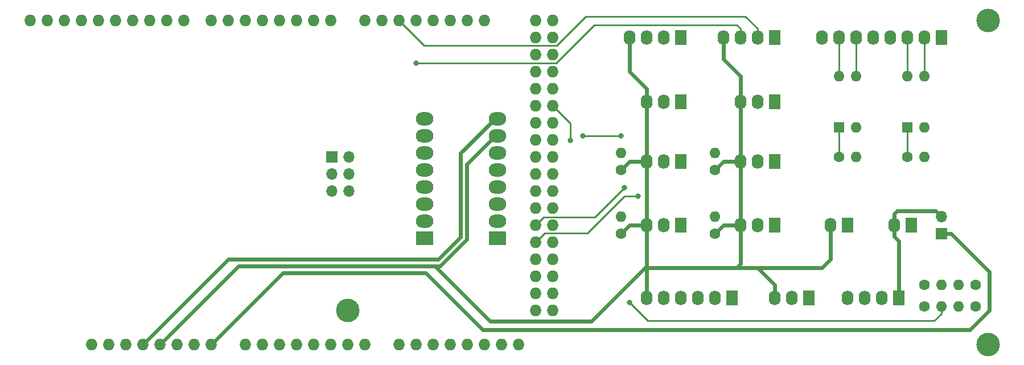
<source format=gtl>
G04 #@! TF.GenerationSoftware,KiCad,Pcbnew,(5.0.2)-1*
G04 #@! TF.CreationDate,2019-01-05T13:05:27+01:00*
G04 #@! TF.ProjectId,P300_Arduino_IF,50333030-5f41-4726-9475-696e6f5f4946,rev?*
G04 #@! TF.SameCoordinates,Original*
G04 #@! TF.FileFunction,Copper,L1,Top*
G04 #@! TF.FilePolarity,Positive*
%FSLAX46Y46*%
G04 Gerber Fmt 4.6, Leading zero omitted, Abs format (unit mm)*
G04 Created by KiCad (PCBNEW (5.0.2)-1) date 05.01.2019 13:05:27*
%MOMM*%
%LPD*%
G01*
G04 APERTURE LIST*
G04 #@! TA.AperFunction,ComponentPad*
%ADD10O,1.727200X1.727200*%
G04 #@! TD*
G04 #@! TA.AperFunction,WasherPad*
%ADD11C,3.500000*%
G04 #@! TD*
G04 #@! TA.AperFunction,ComponentPad*
%ADD12R,2.600000X2.000000*%
G04 #@! TD*
G04 #@! TA.AperFunction,ComponentPad*
%ADD13O,2.600000X2.000000*%
G04 #@! TD*
G04 #@! TA.AperFunction,ComponentPad*
%ADD14R,1.700000X1.700000*%
G04 #@! TD*
G04 #@! TA.AperFunction,ComponentPad*
%ADD15O,1.700000X1.700000*%
G04 #@! TD*
G04 #@! TA.AperFunction,ComponentPad*
%ADD16R,1.740000X2.200000*%
G04 #@! TD*
G04 #@! TA.AperFunction,ComponentPad*
%ADD17O,1.740000X2.200000*%
G04 #@! TD*
G04 #@! TA.AperFunction,ComponentPad*
%ADD18C,1.600000*%
G04 #@! TD*
G04 #@! TA.AperFunction,ComponentPad*
%ADD19O,1.600000X1.600000*%
G04 #@! TD*
G04 #@! TA.AperFunction,ComponentPad*
%ADD20R,1.600000X1.600000*%
G04 #@! TD*
G04 #@! TA.AperFunction,ViaPad*
%ADD21C,0.800000*%
G04 #@! TD*
G04 #@! TA.AperFunction,Conductor*
%ADD22C,0.600000*%
G04 #@! TD*
G04 #@! TA.AperFunction,Conductor*
%ADD23C,0.250000*%
G04 #@! TD*
G04 APERTURE END LIST*
D10*
G04 #@! TO.P,XA1,A0*
G04 #@! TO.N,LCD_RD*
X127000000Y-119380000D03*
G04 #@! TO.P,XA1,VIN*
G04 #@! TO.N,Net-(JP1-Pad1)*
X121920000Y-119380000D03*
G04 #@! TO.P,XA1,GND3*
G04 #@! TO.N,Net-(XA1-PadGND3)*
X119380000Y-119380000D03*
G04 #@! TO.P,XA1,GND2*
G04 #@! TO.N,Net-(XA1-PadGND2)*
X116840000Y-119380000D03*
G04 #@! TO.P,XA1,5V1*
G04 #@! TO.N,+5V*
X114300000Y-119380000D03*
G04 #@! TO.P,XA1,3V3*
G04 #@! TO.N,+3V3*
X111760000Y-119380000D03*
G04 #@! TO.P,XA1,RST1*
G04 #@! TO.N,Net-(XA1-PadRST1)*
X109220000Y-119380000D03*
G04 #@! TO.P,XA1,IORF*
G04 #@! TO.N,Net-(XA1-PadIORF)*
X106680000Y-119380000D03*
G04 #@! TO.P,XA1,D21*
G04 #@! TO.N,SCL*
X162560000Y-71120000D03*
G04 #@! TO.P,XA1,D20*
G04 #@! TO.N,SDA*
X160020000Y-71120000D03*
G04 #@! TO.P,XA1,D19*
G04 #@! TO.N,Tacho_L2*
X157480000Y-71120000D03*
G04 #@! TO.P,XA1,D18*
G04 #@! TO.N,Tacho_L1*
X154940000Y-71120000D03*
G04 #@! TO.P,XA1,D17*
G04 #@! TO.N,CO2_TX*
X152400000Y-71120000D03*
G04 #@! TO.P,XA1,D16*
G04 #@! TO.N,CO2_RX*
X149860000Y-71120000D03*
G04 #@! TO.P,XA1,D15*
G04 #@! TO.N,Net-(XA1-PadD15)*
X147320000Y-71120000D03*
G04 #@! TO.P,XA1,D14*
G04 #@! TO.N,Net-(XA1-PadD14)*
X144780000Y-71120000D03*
G04 #@! TO.P,XA1,D0*
G04 #@! TO.N,Net-(XA1-PadD0)*
X139700000Y-71120000D03*
G04 #@! TO.P,XA1,D1*
G04 #@! TO.N,Net-(XA1-PadD1)*
X137160000Y-71120000D03*
G04 #@! TO.P,XA1,D2*
G04 #@! TO.N,Net-(XA1-PadD2)*
X134620000Y-71120000D03*
G04 #@! TO.P,XA1,D3*
G04 #@! TO.N,Net-(XA1-PadD3)*
X132080000Y-71120000D03*
G04 #@! TO.P,XA1,D4*
G04 #@! TO.N,Net-(XA1-PadD4)*
X129540000Y-71120000D03*
G04 #@! TO.P,XA1,D5*
G04 #@! TO.N,Net-(XA1-PadD5)*
X127000000Y-71120000D03*
G04 #@! TO.P,XA1,D6*
G04 #@! TO.N,LCD_D1*
X124460000Y-71120000D03*
G04 #@! TO.P,XA1,D7*
G04 #@! TO.N,LCD_D0*
X121920000Y-71120000D03*
G04 #@! TO.P,XA1,GND1*
G04 #@! TO.N,GND*
X102616000Y-71120000D03*
G04 #@! TO.P,XA1,D8*
G04 #@! TO.N,LCD_D7*
X117856000Y-71120000D03*
G04 #@! TO.P,XA1,D9*
G04 #@! TO.N,LCD_D6*
X115316000Y-71120000D03*
G04 #@! TO.P,XA1,D10*
G04 #@! TO.N,LCD_D5*
X112776000Y-71120000D03*
G04 #@! TO.P,XA1,SCL*
G04 #@! TO.N,Net-(XA1-PadSCL)*
X94996000Y-71120000D03*
G04 #@! TO.P,XA1,SDA*
G04 #@! TO.N,Net-(XA1-PadSDA)*
X97536000Y-71120000D03*
G04 #@! TO.P,XA1,AREF*
G04 #@! TO.N,Net-(XA1-PadAREF)*
X100076000Y-71120000D03*
G04 #@! TO.P,XA1,D13*
G04 #@! TO.N,LCD_D2*
X105156000Y-71120000D03*
G04 #@! TO.P,XA1,D12*
G04 #@! TO.N,LCD_D3*
X107696000Y-71120000D03*
G04 #@! TO.P,XA1,D11*
G04 #@! TO.N,LCD_D4*
X110236000Y-71120000D03*
G04 #@! TO.P,XA1,*
G04 #@! TO.N,*
X104140000Y-119380000D03*
G04 #@! TO.P,XA1,A1*
G04 #@! TO.N,LCD_WR*
X129540000Y-119380000D03*
G04 #@! TO.P,XA1,A2*
G04 #@! TO.N,LCD_RS*
X132080000Y-119380000D03*
G04 #@! TO.P,XA1,A3*
G04 #@! TO.N,LCD_CS*
X134620000Y-119380000D03*
G04 #@! TO.P,XA1,A4*
G04 #@! TO.N,LCD_RST*
X137160000Y-119380000D03*
G04 #@! TO.P,XA1,A5*
G04 #@! TO.N,Net-(XA1-PadA5)*
X139700000Y-119380000D03*
G04 #@! TO.P,XA1,A6*
G04 #@! TO.N,Net-(XA1-PadA6)*
X142240000Y-119380000D03*
G04 #@! TO.P,XA1,A7*
G04 #@! TO.N,Net-(XA1-PadA7)*
X144780000Y-119380000D03*
G04 #@! TO.P,XA1,A8*
G04 #@! TO.N,Net-(XA1-PadA8)*
X149860000Y-119380000D03*
G04 #@! TO.P,XA1,A9*
G04 #@! TO.N,DRUCK1*
X152400000Y-119380000D03*
G04 #@! TO.P,XA1,A10*
G04 #@! TO.N,DRUCK2*
X154940000Y-119380000D03*
G04 #@! TO.P,XA1,A11*
G04 #@! TO.N,Net-(XA1-PadA11)*
X157480000Y-119380000D03*
G04 #@! TO.P,XA1,A12*
G04 #@! TO.N,Net-(XA1-PadA12)*
X160020000Y-119380000D03*
G04 #@! TO.P,XA1,A13*
G04 #@! TO.N,Net-(XA1-PadA13)*
X162560000Y-119380000D03*
G04 #@! TO.P,XA1,A14*
G04 #@! TO.N,Net-(XA1-PadA14)*
X165100000Y-119380000D03*
G04 #@! TO.P,XA1,A15*
G04 #@! TO.N,TGS2600*
X167640000Y-119380000D03*
G04 #@! TO.P,XA1,5V3*
G04 #@! TO.N,Net-(XA1-Pad5V3)*
X170180000Y-71120000D03*
G04 #@! TO.P,XA1,5V4*
G04 #@! TO.N,Net-(XA1-Pad5V4)*
X172720000Y-71120000D03*
G04 #@! TO.P,XA1,D22*
G04 #@! TO.N,Net-(XA1-PadD22)*
X170180000Y-73660000D03*
G04 #@! TO.P,XA1,D23*
G04 #@! TO.N,Net-(XA1-PadD23)*
X172720000Y-73660000D03*
G04 #@! TO.P,XA1,D24*
G04 #@! TO.N,Net-(XA1-PadD24)*
X170180000Y-76200000D03*
G04 #@! TO.P,XA1,D25*
G04 #@! TO.N,Net-(XA1-PadD25)*
X172720000Y-76200000D03*
G04 #@! TO.P,XA1,D26*
G04 #@! TO.N,Net-(XA1-PadD26)*
X170180000Y-78740000D03*
G04 #@! TO.P,XA1,D27*
G04 #@! TO.N,Net-(XA1-PadD27)*
X172720000Y-78740000D03*
G04 #@! TO.P,XA1,D28*
G04 #@! TO.N,DHT1*
X170180000Y-81280000D03*
G04 #@! TO.P,XA1,D29*
G04 #@! TO.N,DHT2*
X172720000Y-81280000D03*
G04 #@! TO.P,XA1,D30*
G04 #@! TO.N,TEMP1*
X170180000Y-83820000D03*
G04 #@! TO.P,XA1,D31*
G04 #@! TO.N,TEMP2*
X172720000Y-83820000D03*
G04 #@! TO.P,XA1,D32*
G04 #@! TO.N,TEMP3*
X170180000Y-86360000D03*
G04 #@! TO.P,XA1,D33*
G04 #@! TO.N,TEMP4*
X172720000Y-86360000D03*
G04 #@! TO.P,XA1,D34*
G04 #@! TO.N,Net-(XA1-PadD34)*
X170180000Y-88900000D03*
G04 #@! TO.P,XA1,D35*
G04 #@! TO.N,Net-(XA1-PadD35)*
X172720000Y-88900000D03*
G04 #@! TO.P,XA1,D36*
G04 #@! TO.N,Net-(XA1-PadD36)*
X170180000Y-91440000D03*
G04 #@! TO.P,XA1,D37*
G04 #@! TO.N,Net-(XA1-PadD37)*
X172720000Y-91440000D03*
G04 #@! TO.P,XA1,D38*
G04 #@! TO.N,Net-(XA1-PadD38)*
X170180000Y-93980000D03*
G04 #@! TO.P,XA1,D39*
G04 #@! TO.N,Net-(XA1-PadD39)*
X172720000Y-93980000D03*
G04 #@! TO.P,XA1,D40*
G04 #@! TO.N,BP_POW*
X170180000Y-96520000D03*
G04 #@! TO.P,XA1,D41*
G04 #@! TO.N,BP_DIR*
X172720000Y-96520000D03*
G04 #@! TO.P,XA1,D42*
G04 #@! TO.N,L1*
X170180000Y-99060000D03*
G04 #@! TO.P,XA1,D43*
G04 #@! TO.N,L2*
X172720000Y-99060000D03*
G04 #@! TO.P,XA1,D44*
G04 #@! TO.N,PWM_L1*
X170180000Y-101600000D03*
G04 #@! TO.P,XA1,D45*
G04 #@! TO.N,Net-(XA1-PadD45)*
X172720000Y-101600000D03*
G04 #@! TO.P,XA1,D46*
G04 #@! TO.N,PWM_L2*
X170180000Y-104140000D03*
G04 #@! TO.P,XA1,D47*
G04 #@! TO.N,Net-(XA1-PadD47)*
X172720000Y-104140000D03*
G04 #@! TO.P,XA1,D48*
G04 #@! TO.N,Net-(XA1-PadD48)*
X170180000Y-106680000D03*
G04 #@! TO.P,XA1,D49*
G04 #@! TO.N,Net-(XA1-PadD49)*
X172720000Y-106680000D03*
G04 #@! TO.P,XA1,D50*
G04 #@! TO.N,Net-(XA1-PadD50)*
X170180000Y-109220000D03*
G04 #@! TO.P,XA1,D51*
G04 #@! TO.N,Net-(XA1-PadD51)*
X172720000Y-109220000D03*
G04 #@! TO.P,XA1,D52*
G04 #@! TO.N,Net-(XA1-PadD52)*
X170180000Y-111760000D03*
G04 #@! TO.P,XA1,D53*
G04 #@! TO.N,Net-(XA1-PadD53)*
X172720000Y-111760000D03*
G04 #@! TO.P,XA1,GND5*
G04 #@! TO.N,Net-(XA1-PadGND5)*
X170180000Y-114300000D03*
G04 #@! TO.P,XA1,GND6*
G04 #@! TO.N,Net-(XA1-PadGND6)*
X172720000Y-114300000D03*
G04 #@! TD*
D11*
G04 #@! TO.P,,*
G04 #@! TO.N,*
X237490000Y-119380000D03*
G04 #@! TD*
G04 #@! TO.P,,*
G04 #@! TO.N,*
X237490000Y-71120000D03*
G04 #@! TD*
D12*
G04 #@! TO.P,J16,1*
G04 #@! TO.N,LCD_D2*
X153670000Y-103505000D03*
D13*
G04 #@! TO.P,J16,2*
G04 #@! TO.N,LCD_D3*
X153670000Y-100965000D03*
G04 #@! TO.P,J16,3*
G04 #@! TO.N,LCD_D4*
X153670000Y-98425000D03*
G04 #@! TO.P,J16,4*
G04 #@! TO.N,LCD_D5*
X153670000Y-95885000D03*
G04 #@! TO.P,J16,5*
G04 #@! TO.N,LCD_D6*
X153670000Y-93345000D03*
G04 #@! TO.P,J16,6*
G04 #@! TO.N,LCD_D7*
X153670000Y-90805000D03*
G04 #@! TO.P,J16,7*
G04 #@! TO.N,LCD_D0*
X153670000Y-88265000D03*
G04 #@! TO.P,J16,8*
G04 #@! TO.N,LCD_D1*
X153670000Y-85725000D03*
G04 #@! TD*
D12*
G04 #@! TO.P,J15,1*
G04 #@! TO.N,LCD_RST*
X164465000Y-103505000D03*
D13*
G04 #@! TO.P,J15,2*
G04 #@! TO.N,LCD_CS*
X164465000Y-100965000D03*
G04 #@! TO.P,J15,3*
G04 #@! TO.N,LCD_RS*
X164465000Y-98425000D03*
G04 #@! TO.P,J15,4*
G04 #@! TO.N,LCD_WR*
X164465000Y-95885000D03*
G04 #@! TO.P,J15,5*
G04 #@! TO.N,LCD_RD*
X164465000Y-93345000D03*
G04 #@! TO.P,J15,6*
G04 #@! TO.N,GND*
X164465000Y-90805000D03*
G04 #@! TO.P,J15,7*
G04 #@! TO.N,+5V*
X164465000Y-88265000D03*
G04 #@! TO.P,J15,8*
G04 #@! TO.N,+3V3*
X164465000Y-85725000D03*
G04 #@! TD*
D14*
G04 #@! TO.P,JP1,1*
G04 #@! TO.N,Net-(JP1-Pad1)*
X230505000Y-102870000D03*
D15*
G04 #@! TO.P,JP1,2*
G04 #@! TO.N,+12V*
X230505000Y-100330000D03*
G04 #@! TD*
D16*
G04 #@! TO.P,J14,1*
G04 #@! TO.N,GND*
X216535000Y-101600000D03*
D17*
G04 #@! TO.P,J14,2*
G04 #@! TO.N,+5V*
X213995000Y-101600000D03*
G04 #@! TD*
D16*
G04 #@! TO.P,J9,1*
G04 #@! TO.N,GND*
X226060000Y-101600000D03*
D17*
G04 #@! TO.P,J9,2*
G04 #@! TO.N,+12V*
X223520000Y-101600000D03*
G04 #@! TD*
D18*
G04 #@! TO.P,R4,1*
G04 #@! TO.N,+5V*
X196850000Y-102870000D03*
D19*
G04 #@! TO.P,R4,2*
G04 #@! TO.N,TEMP4*
X196850000Y-100330000D03*
G04 #@! TD*
D18*
G04 #@! TO.P,R2,1*
G04 #@! TO.N,+5V*
X182880000Y-102870000D03*
D19*
G04 #@! TO.P,R2,2*
G04 #@! TO.N,TEMP2*
X182880000Y-100330000D03*
G04 #@! TD*
D18*
G04 #@! TO.P,R3,1*
G04 #@! TO.N,+5V*
X196850000Y-93345000D03*
D19*
G04 #@! TO.P,R3,2*
G04 #@! TO.N,TEMP3*
X196850000Y-90805000D03*
G04 #@! TD*
D18*
G04 #@! TO.P,R1,1*
G04 #@! TO.N,+5V*
X182880000Y-93345000D03*
D19*
G04 #@! TO.P,R1,2*
G04 #@! TO.N,TEMP1*
X182880000Y-90805000D03*
G04 #@! TD*
D18*
G04 #@! TO.P,R6,1*
G04 #@! TO.N,Net-(R6-Pad1)*
X215265000Y-91440000D03*
D19*
G04 #@! TO.P,R6,2*
G04 #@! TO.N,PWM_L1*
X217805000Y-91440000D03*
G04 #@! TD*
D18*
G04 #@! TO.P,R5,1*
G04 #@! TO.N,Net-(R5-Pad1)*
X225425000Y-91440000D03*
D19*
G04 #@! TO.P,R5,2*
G04 #@! TO.N,PWM_L2*
X227965000Y-91440000D03*
G04 #@! TD*
D16*
G04 #@! TO.P,J13,1*
G04 #@! TO.N,GND*
X205740000Y-73660000D03*
D17*
G04 #@! TO.P,J13,2*
G04 #@! TO.N,CO2_RX*
X203200000Y-73660000D03*
G04 #@! TO.P,J13,3*
G04 #@! TO.N,CO2_TX*
X200660000Y-73660000D03*
G04 #@! TO.P,J13,4*
G04 #@! TO.N,+5V*
X198120000Y-73660000D03*
G04 #@! TD*
D16*
G04 #@! TO.P,J12,1*
G04 #@! TO.N,GND*
X191770000Y-73660000D03*
D17*
G04 #@! TO.P,J12,2*
G04 #@! TO.N,SDA*
X189230000Y-73660000D03*
G04 #@! TO.P,J12,3*
G04 #@! TO.N,SCL*
X186690000Y-73660000D03*
G04 #@! TO.P,J12,4*
G04 #@! TO.N,+5V*
X184150000Y-73660000D03*
G04 #@! TD*
D16*
G04 #@! TO.P,J11,1*
G04 #@! TO.N,GND*
X210820000Y-112395000D03*
D17*
G04 #@! TO.P,J11,2*
G04 #@! TO.N,TGS2600*
X208280000Y-112395000D03*
G04 #@! TO.P,J11,3*
G04 #@! TO.N,+5V*
X205740000Y-112395000D03*
G04 #@! TD*
D18*
G04 #@! TO.P,R10,1*
G04 #@! TO.N,Net-(J10-Pad3)*
X227965000Y-110490000D03*
D19*
G04 #@! TO.P,R10,2*
G04 #@! TO.N,DRUCK2*
X230505000Y-110490000D03*
G04 #@! TD*
D18*
G04 #@! TO.P,R8,1*
G04 #@! TO.N,GND*
X235585000Y-110490000D03*
D19*
G04 #@! TO.P,R8,2*
G04 #@! TO.N,DRUCK2*
X233045000Y-110490000D03*
G04 #@! TD*
G04 #@! TO.P,R9,2*
G04 #@! TO.N,DRUCK1*
X230505000Y-113665000D03*
D18*
G04 #@! TO.P,R9,1*
G04 #@! TO.N,Net-(J10-Pad2)*
X227965000Y-113665000D03*
G04 #@! TD*
G04 #@! TO.P,R7,1*
G04 #@! TO.N,GND*
X235585000Y-113665000D03*
D19*
G04 #@! TO.P,R7,2*
G04 #@! TO.N,DRUCK1*
X233045000Y-113665000D03*
G04 #@! TD*
D16*
G04 #@! TO.P,J10,1*
G04 #@! TO.N,+12V*
X224155000Y-112395000D03*
D17*
G04 #@! TO.P,J10,2*
G04 #@! TO.N,Net-(J10-Pad2)*
X221615000Y-112395000D03*
G04 #@! TO.P,J10,3*
G04 #@! TO.N,Net-(J10-Pad3)*
X219075000Y-112395000D03*
G04 #@! TO.P,J10,4*
G04 #@! TO.N,GND*
X216535000Y-112395000D03*
G04 #@! TD*
D16*
G04 #@! TO.P,J4,1*
G04 #@! TO.N,Tacho_L2*
X230505000Y-73660000D03*
D17*
G04 #@! TO.P,J4,2*
G04 #@! TO.N,Net-(J4-Pad2)*
X227965000Y-73660000D03*
G04 #@! TO.P,J4,3*
G04 #@! TO.N,Net-(J4-Pad3)*
X225425000Y-73660000D03*
G04 #@! TO.P,J4,4*
G04 #@! TO.N,Net-(J4-Pad4)*
X222885000Y-73660000D03*
G04 #@! TO.P,J4,5*
G04 #@! TO.N,Tacho_L1*
X220345000Y-73660000D03*
G04 #@! TO.P,J4,6*
G04 #@! TO.N,Net-(J4-Pad6)*
X217805000Y-73660000D03*
G04 #@! TO.P,J4,7*
G04 #@! TO.N,Net-(J4-Pad7)*
X215265000Y-73660000D03*
G04 #@! TO.P,J4,8*
G04 #@! TO.N,Net-(J4-Pad8)*
X212725000Y-73660000D03*
G04 #@! TD*
D16*
G04 #@! TO.P,J3,1*
G04 #@! TO.N,GND*
X205740000Y-83185000D03*
D17*
G04 #@! TO.P,J3,2*
G04 #@! TO.N,DHT2*
X203200000Y-83185000D03*
G04 #@! TO.P,J3,3*
G04 #@! TO.N,+5V*
X200660000Y-83185000D03*
G04 #@! TD*
G04 #@! TO.P,J6,3*
G04 #@! TO.N,+5V*
X186690000Y-101600000D03*
G04 #@! TO.P,J6,2*
G04 #@! TO.N,TEMP2*
X189230000Y-101600000D03*
D16*
G04 #@! TO.P,J6,1*
G04 #@! TO.N,GND*
X191770000Y-101600000D03*
G04 #@! TD*
G04 #@! TO.P,J7,1*
G04 #@! TO.N,GND*
X205740000Y-92075000D03*
D17*
G04 #@! TO.P,J7,2*
G04 #@! TO.N,TEMP3*
X203200000Y-92075000D03*
G04 #@! TO.P,J7,3*
G04 #@! TO.N,+5V*
X200660000Y-92075000D03*
G04 #@! TD*
G04 #@! TO.P,J8,3*
G04 #@! TO.N,+5V*
X200660000Y-101600000D03*
G04 #@! TO.P,J8,2*
G04 #@! TO.N,TEMP4*
X203200000Y-101600000D03*
D16*
G04 #@! TO.P,J8,1*
G04 #@! TO.N,GND*
X205740000Y-101600000D03*
G04 #@! TD*
G04 #@! TO.P,J2,1*
G04 #@! TO.N,GND*
X191770000Y-83185000D03*
D17*
G04 #@! TO.P,J2,2*
G04 #@! TO.N,DHT1*
X189230000Y-83185000D03*
G04 #@! TO.P,J2,3*
G04 #@! TO.N,+5V*
X186690000Y-83185000D03*
G04 #@! TD*
D16*
G04 #@! TO.P,J1,1*
G04 #@! TO.N,GND*
X199390000Y-112395000D03*
D17*
G04 #@! TO.P,J1,2*
G04 #@! TO.N,BP_POW*
X196850000Y-112395000D03*
G04 #@! TO.P,J1,3*
G04 #@! TO.N,BP_DIR*
X194310000Y-112395000D03*
G04 #@! TO.P,J1,4*
G04 #@! TO.N,L1*
X191770000Y-112395000D03*
G04 #@! TO.P,J1,5*
G04 #@! TO.N,L2*
X189230000Y-112395000D03*
G04 #@! TO.P,J1,6*
G04 #@! TO.N,+5V*
X186690000Y-112395000D03*
G04 #@! TD*
D16*
G04 #@! TO.P,J5,1*
G04 #@! TO.N,GND*
X191770000Y-92075000D03*
D17*
G04 #@! TO.P,J5,2*
G04 #@! TO.N,TEMP1*
X189230000Y-92075000D03*
G04 #@! TO.P,J5,3*
G04 #@! TO.N,+5V*
X186690000Y-92075000D03*
G04 #@! TD*
D19*
G04 #@! TO.P,U2,4*
G04 #@! TO.N,Net-(J4-Pad7)*
X215265000Y-79375000D03*
G04 #@! TO.P,U2,2*
G04 #@! TO.N,GND*
X217805000Y-86995000D03*
G04 #@! TO.P,U2,3*
G04 #@! TO.N,Net-(J4-Pad6)*
X217805000Y-79375000D03*
D20*
G04 #@! TO.P,U2,1*
G04 #@! TO.N,Net-(R6-Pad1)*
X215265000Y-86995000D03*
G04 #@! TD*
G04 #@! TO.P,U1,1*
G04 #@! TO.N,Net-(R5-Pad1)*
X225425000Y-86995000D03*
D19*
G04 #@! TO.P,U1,3*
G04 #@! TO.N,Net-(J4-Pad2)*
X227965000Y-79375000D03*
G04 #@! TO.P,U1,2*
G04 #@! TO.N,GND*
X227965000Y-86995000D03*
G04 #@! TO.P,U1,4*
G04 #@! TO.N,Net-(J4-Pad3)*
X225425000Y-79375000D03*
G04 #@! TD*
D14*
G04 #@! TO.P,ICSP,1*
G04 #@! TO.N,N/C*
X139827000Y-91440000D03*
D15*
G04 #@! TO.P,ICSP,2*
X142367000Y-91440000D03*
G04 #@! TO.P,ICSP,3*
X139827000Y-93980000D03*
G04 #@! TO.P,ICSP,4*
X142367000Y-93980000D03*
G04 #@! TO.P,ICSP,5*
X139827000Y-96520000D03*
G04 #@! TO.P,ICSP,6*
X142367000Y-96520000D03*
G04 #@! TD*
D11*
G04 #@! TO.P,,*
G04 #@! TO.N,*
X142240000Y-114300000D03*
G04 #@! TD*
D21*
G04 #@! TO.N,PWM_L2*
X185420000Y-97282000D03*
G04 #@! TO.N,PWM_L1*
X183388000Y-96012000D03*
G04 #@! TO.N,TEMP2*
X175341399Y-88981399D03*
G04 #@! TO.N,TEMP3*
X177165000Y-88265000D03*
X182880000Y-88265000D03*
G04 #@! TO.N,DRUCK1*
X184150000Y-113111399D03*
G04 #@! TO.N,CO2_TX*
X152400000Y-77470000D03*
G04 #@! TD*
D22*
G04 #@! TO.N,+5V*
X186690000Y-101600000D02*
X186690000Y-92075000D01*
X186690000Y-92075000D02*
X186690000Y-83185000D01*
X186690000Y-107950000D02*
X186690000Y-101600000D01*
X186690000Y-112395000D02*
X186690000Y-107950000D01*
X200660000Y-107315000D02*
X200660000Y-101600000D01*
X200025000Y-107950000D02*
X200660000Y-107315000D01*
X200660000Y-101600000D02*
X200660000Y-92075000D01*
X200660000Y-92075000D02*
X200660000Y-83185000D01*
X200660000Y-83185000D02*
X200660000Y-79375000D01*
X198120000Y-76835000D02*
X198120000Y-73660000D01*
X200660000Y-79375000D02*
X198120000Y-76835000D01*
X184150000Y-101600000D02*
X182880000Y-102870000D01*
X186690000Y-101600000D02*
X184150000Y-101600000D01*
X184150000Y-92075000D02*
X182880000Y-93345000D01*
X186690000Y-92075000D02*
X184150000Y-92075000D01*
X198120000Y-92075000D02*
X196850000Y-93345000D01*
X200660000Y-92075000D02*
X198120000Y-92075000D01*
X198120000Y-101600000D02*
X196850000Y-102870000D01*
X200660000Y-101600000D02*
X198120000Y-101600000D01*
X186690000Y-107950000D02*
X203962000Y-107950000D01*
X205740000Y-110490000D02*
X205740000Y-112395000D01*
X203200000Y-107950000D02*
X205740000Y-110490000D01*
X212725000Y-107950000D02*
X213995000Y-106680000D01*
X213995000Y-106680000D02*
X213995000Y-101600000D01*
X186690000Y-107950000D02*
X186394999Y-107950000D01*
X186394999Y-107950000D02*
X178435000Y-115909999D01*
X114300000Y-119380000D02*
X125984000Y-107696000D01*
X163407999Y-115909999D02*
X155194000Y-107696000D01*
X164338000Y-115909999D02*
X163407999Y-115909999D01*
X125984000Y-107696000D02*
X155194000Y-107696000D01*
X164338000Y-115909999D02*
X178435000Y-115909999D01*
X163830000Y-115909999D02*
X164338000Y-115909999D01*
X164165000Y-88265000D02*
X164465000Y-88265000D01*
X159904010Y-92525990D02*
X164165000Y-88265000D01*
X159904010Y-103750796D02*
X159904010Y-92525990D01*
X155958806Y-107696000D02*
X159904010Y-103750796D01*
X155194000Y-107696000D02*
X155958806Y-107696000D01*
X186690000Y-83185000D02*
X186690000Y-81280000D01*
X184150000Y-78740000D02*
X184150000Y-73660000D01*
X186690000Y-81280000D02*
X184150000Y-78740000D01*
X203200000Y-107950000D02*
X203962000Y-107950000D01*
X203962000Y-107950000D02*
X212725000Y-107950000D01*
D23*
G04 #@! TO.N,Net-(R5-Pad1)*
X225425000Y-91440000D02*
X225425000Y-86995000D01*
G04 #@! TO.N,Net-(J4-Pad2)*
X227965000Y-79375000D02*
X227965000Y-73660000D01*
G04 #@! TO.N,Net-(J4-Pad3)*
X225425000Y-79375000D02*
X225425000Y-73660000D01*
G04 #@! TO.N,Net-(J4-Pad7)*
X215265000Y-79375000D02*
X215265000Y-73660000D01*
G04 #@! TO.N,Net-(J4-Pad6)*
X217805000Y-79375000D02*
X217805000Y-73660000D01*
G04 #@! TO.N,Net-(R6-Pad1)*
X215265000Y-91440000D02*
X215265000Y-86995000D01*
G04 #@! TO.N,PWM_L2*
X183388000Y-97282000D02*
X185420000Y-97282000D01*
X177881399Y-102788601D02*
X183388000Y-97282000D01*
X170180000Y-104140000D02*
X171531399Y-102788601D01*
X171531399Y-102788601D02*
X177881399Y-102788601D01*
G04 #@! TO.N,PWM_L1*
X178988601Y-100411399D02*
X183388000Y-96012000D01*
X171368601Y-100411399D02*
X178988601Y-100411399D01*
X170180000Y-101600000D02*
X171368601Y-100411399D01*
D22*
G04 #@! TO.N,+12V*
X229655001Y-99480001D02*
X230505000Y-100330000D01*
X223939999Y-99480001D02*
X229655001Y-99480001D01*
X223520000Y-99900000D02*
X223939999Y-99480001D01*
X223520000Y-101600000D02*
X223520000Y-99900000D01*
X223520000Y-103300000D02*
X224155000Y-103935000D01*
X223520000Y-101600000D02*
X223520000Y-103300000D01*
X224155000Y-103935000D02*
X224155000Y-112395000D01*
D23*
G04 #@! TO.N,TEMP2*
X175341399Y-86441399D02*
X172720000Y-83820000D01*
X175341399Y-88981399D02*
X175341399Y-86441399D01*
G04 #@! TO.N,TEMP3*
X177165000Y-88265000D02*
X182880000Y-88265000D01*
G04 #@! TO.N,DRUCK1*
X230505000Y-114796370D02*
X229477370Y-115824000D01*
X230505000Y-113665000D02*
X230505000Y-114796370D01*
X186862601Y-115824000D02*
X201930000Y-115824000D01*
X184150000Y-113111399D02*
X186862601Y-115824000D01*
X229477370Y-115824000D02*
X201930000Y-115824000D01*
X201930000Y-115824000D02*
X199009000Y-115824000D01*
G04 #@! TO.N,CO2_RX*
X203200000Y-72310000D02*
X201375000Y-70485000D01*
X203200000Y-73660000D02*
X203200000Y-72310000D01*
X150723599Y-71983599D02*
X149860000Y-71120000D01*
X153588601Y-74848601D02*
X150723599Y-71983599D01*
X173290529Y-74848601D02*
X153588601Y-74848601D01*
X177654130Y-70485000D02*
X173290529Y-74848601D01*
X201375000Y-70485000D02*
X177654130Y-70485000D01*
G04 #@! TO.N,CO2_TX*
X200660000Y-72310000D02*
X200105000Y-71755000D01*
X200660000Y-73660000D02*
X200660000Y-72310000D01*
X178924130Y-71755000D02*
X173209130Y-77470000D01*
X200105000Y-71755000D02*
X178924130Y-71755000D01*
X173209130Y-77470000D02*
X152400000Y-77470000D01*
D22*
G04 #@! TO.N,Net-(JP1-Pad1)*
X231955000Y-102870000D02*
X230505000Y-102870000D01*
X237620001Y-108535001D02*
X231955000Y-102870000D01*
X132588000Y-108712000D02*
X153838001Y-108712000D01*
X121920000Y-119380000D02*
X132588000Y-108712000D01*
X153838001Y-108712000D02*
X162306000Y-117179999D01*
X162306000Y-117179999D02*
X234777003Y-117179999D01*
X234777003Y-117179999D02*
X237620001Y-114337001D01*
X237620001Y-114337001D02*
X237620001Y-108535001D01*
G04 #@! TO.N,+3V3*
X115570000Y-115570000D02*
X116130011Y-115009989D01*
X111760000Y-119380000D02*
X115570000Y-115570000D01*
X164165000Y-85725000D02*
X164465000Y-85725000D01*
X159004000Y-90886000D02*
X164165000Y-85725000D01*
X159004000Y-103378000D02*
X159004000Y-90886000D01*
X155702000Y-106680000D02*
X159004000Y-103378000D01*
X115570000Y-115570000D02*
X124460000Y-106680000D01*
X124460000Y-106680000D02*
X155702000Y-106680000D01*
G04 #@! TD*
M02*

</source>
